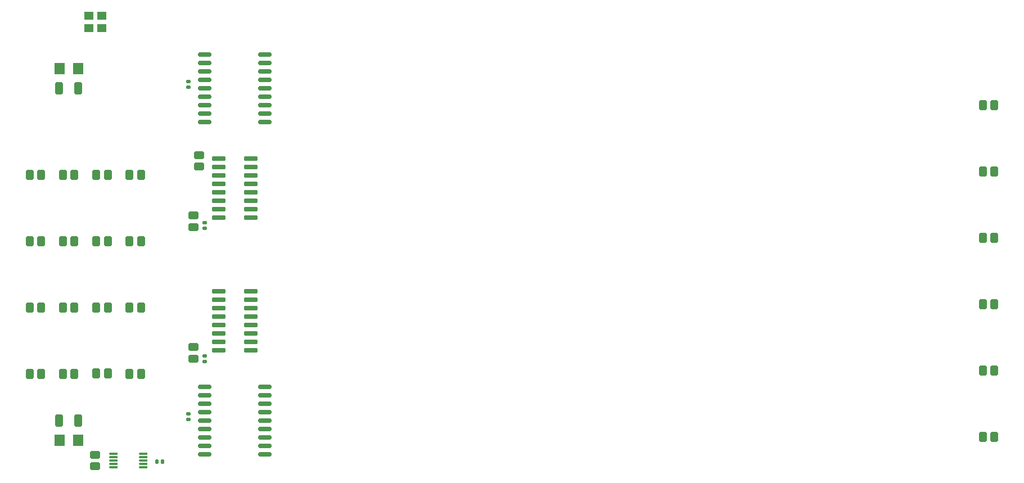
<source format=gtp>
G04 Layer_Color=8421504*
%FSAX24Y24*%
%MOIN*%
G70*
G01*
G75*
G04:AMPARAMS|DCode=10|XSize=50mil|YSize=11mil|CornerRadius=2.8mil|HoleSize=0mil|Usage=FLASHONLY|Rotation=0.000|XOffset=0mil|YOffset=0mil|HoleType=Round|Shape=RoundedRectangle|*
%AMROUNDEDRECTD10*
21,1,0.0500,0.0055,0,0,0.0*
21,1,0.0445,0.0110,0,0,0.0*
1,1,0.0055,0.0222,-0.0028*
1,1,0.0055,-0.0222,-0.0028*
1,1,0.0055,-0.0222,0.0028*
1,1,0.0055,0.0222,0.0028*
%
%ADD10ROUNDEDRECTD10*%
G04:AMPARAMS|DCode=11|XSize=21.3mil|YSize=23.6mil|CornerRadius=5.5mil|HoleSize=0mil|Usage=FLASHONLY|Rotation=270.000|XOffset=0mil|YOffset=0mil|HoleType=Round|Shape=RoundedRectangle|*
%AMROUNDEDRECTD11*
21,1,0.0213,0.0126,0,0,270.0*
21,1,0.0102,0.0236,0,0,270.0*
1,1,0.0111,-0.0063,-0.0051*
1,1,0.0111,-0.0063,0.0051*
1,1,0.0111,0.0063,0.0051*
1,1,0.0111,0.0063,-0.0051*
%
%ADD11ROUNDEDRECTD11*%
G04:AMPARAMS|DCode=12|XSize=81.5mil|YSize=26mil|CornerRadius=6.8mil|HoleSize=0mil|Usage=FLASHONLY|Rotation=180.000|XOffset=0mil|YOffset=0mil|HoleType=Round|Shape=RoundedRectangle|*
%AMROUNDEDRECTD12*
21,1,0.0815,0.0125,0,0,180.0*
21,1,0.0680,0.0260,0,0,180.0*
1,1,0.0135,-0.0340,0.0062*
1,1,0.0135,0.0340,0.0062*
1,1,0.0135,0.0340,-0.0062*
1,1,0.0135,-0.0340,-0.0062*
%
%ADD12ROUNDEDRECTD12*%
G04:AMPARAMS|DCode=13|XSize=78.7mil|YSize=26mil|CornerRadius=6.8mil|HoleSize=0mil|Usage=FLASHONLY|Rotation=180.000|XOffset=0mil|YOffset=0mil|HoleType=Round|Shape=RoundedRectangle|*
%AMROUNDEDRECTD13*
21,1,0.0787,0.0125,0,0,180.0*
21,1,0.0652,0.0260,0,0,180.0*
1,1,0.0135,-0.0326,0.0062*
1,1,0.0135,0.0326,0.0062*
1,1,0.0135,0.0326,-0.0062*
1,1,0.0135,-0.0326,-0.0062*
%
%ADD13ROUNDEDRECTD13*%
G04:AMPARAMS|DCode=14|XSize=46.9mil|YSize=57.9mil|CornerRadius=9.8mil|HoleSize=0mil|Usage=FLASHONLY|Rotation=90.000|XOffset=0mil|YOffset=0mil|HoleType=Round|Shape=RoundedRectangle|*
%AMROUNDEDRECTD14*
21,1,0.0469,0.0382,0,0,90.0*
21,1,0.0272,0.0579,0,0,90.0*
1,1,0.0197,0.0191,0.0136*
1,1,0.0197,0.0191,-0.0136*
1,1,0.0197,-0.0191,-0.0136*
1,1,0.0197,-0.0191,0.0136*
%
%ADD14ROUNDEDRECTD14*%
G04:AMPARAMS|DCode=15|XSize=46.9mil|YSize=57.9mil|CornerRadius=9.8mil|HoleSize=0mil|Usage=FLASHONLY|Rotation=0.000|XOffset=0mil|YOffset=0mil|HoleType=Round|Shape=RoundedRectangle|*
%AMROUNDEDRECTD15*
21,1,0.0469,0.0382,0,0,0.0*
21,1,0.0272,0.0579,0,0,0.0*
1,1,0.0197,0.0136,-0.0191*
1,1,0.0197,-0.0136,-0.0191*
1,1,0.0197,-0.0136,0.0191*
1,1,0.0197,0.0136,0.0191*
%
%ADD15ROUNDEDRECTD15*%
%ADD16R,0.0571X0.0512*%
%ADD17R,0.0630X0.0709*%
G04:AMPARAMS|DCode=18|XSize=47.6mil|YSize=71.7mil|CornerRadius=9.8mil|HoleSize=0mil|Usage=FLASHONLY|Rotation=0.000|XOffset=0mil|YOffset=0mil|HoleType=Round|Shape=RoundedRectangle|*
%AMROUNDEDRECTD18*
21,1,0.0476,0.0521,0,0,0.0*
21,1,0.0281,0.0717,0,0,0.0*
1,1,0.0195,0.0141,-0.0261*
1,1,0.0195,-0.0141,-0.0261*
1,1,0.0195,-0.0141,0.0261*
1,1,0.0195,0.0141,0.0261*
%
%ADD18ROUNDEDRECTD18*%
G04:AMPARAMS|DCode=19|XSize=21.3mil|YSize=23.6mil|CornerRadius=5.5mil|HoleSize=0mil|Usage=FLASHONLY|Rotation=0.000|XOffset=0mil|YOffset=0mil|HoleType=Round|Shape=RoundedRectangle|*
%AMROUNDEDRECTD19*
21,1,0.0213,0.0126,0,0,0.0*
21,1,0.0102,0.0236,0,0,0.0*
1,1,0.0111,0.0051,-0.0063*
1,1,0.0111,-0.0051,-0.0063*
1,1,0.0111,-0.0051,0.0063*
1,1,0.0111,0.0051,0.0063*
%
%ADD19ROUNDEDRECTD19*%
D10*
X018209Y017717D02*
D03*
Y016929D02*
D03*
Y017126D02*
D03*
Y017323D02*
D03*
Y017520D02*
D03*
X016437Y017717D02*
D03*
Y017520D02*
D03*
Y017323D02*
D03*
Y017126D02*
D03*
Y016929D02*
D03*
D11*
X021850Y023177D02*
D03*
Y023516D02*
D03*
X020866Y020091D02*
D03*
Y019752D02*
D03*
Y039776D02*
D03*
Y039437D02*
D03*
X021850Y031091D02*
D03*
Y031429D02*
D03*
D12*
X022667Y023841D02*
D03*
Y024341D02*
D03*
Y024841D02*
D03*
Y025341D02*
D03*
Y025841D02*
D03*
Y026341D02*
D03*
Y026841D02*
D03*
Y027341D02*
D03*
X024577D02*
D03*
Y026841D02*
D03*
Y026341D02*
D03*
Y025841D02*
D03*
Y025341D02*
D03*
Y024841D02*
D03*
Y024341D02*
D03*
Y023841D02*
D03*
X022667Y031715D02*
D03*
Y032215D02*
D03*
Y032715D02*
D03*
Y033215D02*
D03*
Y033715D02*
D03*
Y034215D02*
D03*
Y034715D02*
D03*
Y035215D02*
D03*
X024577D02*
D03*
Y034715D02*
D03*
Y034215D02*
D03*
Y033715D02*
D03*
Y033215D02*
D03*
Y032715D02*
D03*
Y032215D02*
D03*
Y031715D02*
D03*
D13*
X021829Y021685D02*
D03*
Y021185D02*
D03*
Y020685D02*
D03*
Y020185D02*
D03*
Y019685D02*
D03*
Y019185D02*
D03*
Y018685D02*
D03*
Y018185D02*
D03*
Y017685D02*
D03*
X025415D02*
D03*
Y018185D02*
D03*
Y018685D02*
D03*
Y019185D02*
D03*
Y019685D02*
D03*
Y020185D02*
D03*
Y020685D02*
D03*
Y021185D02*
D03*
Y021685D02*
D03*
X021829Y041370D02*
D03*
Y040870D02*
D03*
Y040370D02*
D03*
Y039870D02*
D03*
Y039370D02*
D03*
Y038870D02*
D03*
Y038370D02*
D03*
Y037870D02*
D03*
Y037370D02*
D03*
X025415D02*
D03*
Y037870D02*
D03*
Y038370D02*
D03*
Y038870D02*
D03*
Y039370D02*
D03*
Y039870D02*
D03*
Y040370D02*
D03*
Y040870D02*
D03*
Y041370D02*
D03*
D14*
X021181Y031837D02*
D03*
Y031156D02*
D03*
X021496Y034738D02*
D03*
Y035419D02*
D03*
X015354Y017663D02*
D03*
Y016982D02*
D03*
X021181Y024041D02*
D03*
Y023360D02*
D03*
D15*
X014120Y026378D02*
D03*
X013439D02*
D03*
X018057D02*
D03*
X017376D02*
D03*
X014120Y034252D02*
D03*
X013439D02*
D03*
X018057D02*
D03*
X017376D02*
D03*
X012152Y026378D02*
D03*
X011470D02*
D03*
X016089D02*
D03*
X015407D02*
D03*
X012152Y034252D02*
D03*
X011470D02*
D03*
X016089D02*
D03*
X015407D02*
D03*
X014120Y022441D02*
D03*
X013439D02*
D03*
X016089Y022480D02*
D03*
X015407D02*
D03*
X014120Y030315D02*
D03*
X013439D02*
D03*
X018057D02*
D03*
X017376D02*
D03*
X012152Y022441D02*
D03*
X011470D02*
D03*
X018057D02*
D03*
X017376D02*
D03*
X012152Y030315D02*
D03*
X011470D02*
D03*
X016089D02*
D03*
X015407D02*
D03*
X068648Y034449D02*
D03*
X067967D02*
D03*
X068648Y038386D02*
D03*
X067967D02*
D03*
X068648Y030512D02*
D03*
X067967D02*
D03*
X068648Y018701D02*
D03*
X067967D02*
D03*
X068648Y026575D02*
D03*
X067967D02*
D03*
X068648Y022638D02*
D03*
X067967D02*
D03*
D16*
X014961Y043681D02*
D03*
Y042933D02*
D03*
X015748Y043681D02*
D03*
Y042933D02*
D03*
D17*
X013228Y018504D02*
D03*
X014331D02*
D03*
X013228Y040551D02*
D03*
X014331D02*
D03*
D18*
X014350Y019685D02*
D03*
X013209D02*
D03*
X014350Y039370D02*
D03*
X013209D02*
D03*
D19*
X019343Y017244D02*
D03*
X019004D02*
D03*
M02*

</source>
